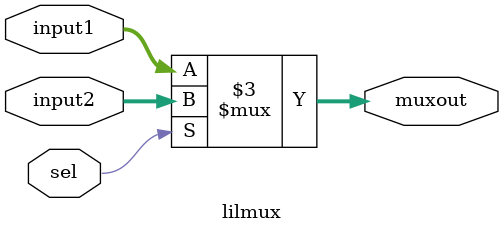
<source format=sv>
module lilmux(
	input [7:0] input1,
	input [7:0] input2,
	input sel,
	output reg [7:0] muxout
);

always_comb begin

	if(sel)
		muxout = input2;
	else
		muxout = input1;
		
end
endmodule
</source>
